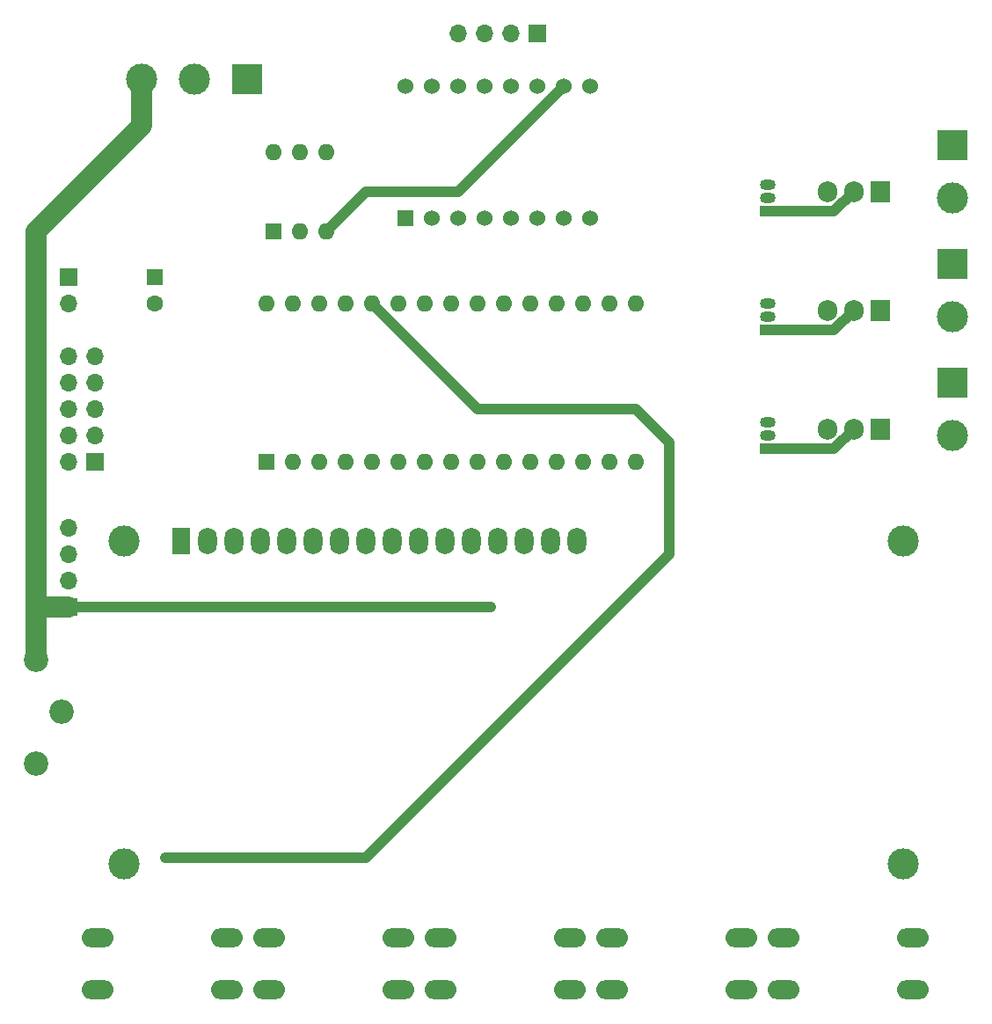
<source format=gbr>
%TF.GenerationSoftware,KiCad,Pcbnew,(5.1.12)-1*%
%TF.CreationDate,2022-07-15T12:08:26+02:00*%
%TF.ProjectId,petpuller,70657470-756c-46c6-9572-2e6b69636164,rev?*%
%TF.SameCoordinates,Original*%
%TF.FileFunction,Copper,L1,Top*%
%TF.FilePolarity,Positive*%
%FSLAX46Y46*%
G04 Gerber Fmt 4.6, Leading zero omitted, Abs format (unit mm)*
G04 Created by KiCad (PCBNEW (5.1.12)-1) date 2022-07-15 12:08:26*
%MOMM*%
%LPD*%
G01*
G04 APERTURE LIST*
%TA.AperFunction,ComponentPad*%
%ADD10R,1.600000X1.600000*%
%TD*%
%TA.AperFunction,ComponentPad*%
%ADD11O,1.600000X1.600000*%
%TD*%
%TA.AperFunction,ComponentPad*%
%ADD12C,1.600000*%
%TD*%
%TA.AperFunction,ComponentPad*%
%ADD13R,1.800000X2.600000*%
%TD*%
%TA.AperFunction,ComponentPad*%
%ADD14O,1.800000X2.600000*%
%TD*%
%TA.AperFunction,ComponentPad*%
%ADD15C,3.000000*%
%TD*%
%TA.AperFunction,ComponentPad*%
%ADD16R,1.700000X1.700000*%
%TD*%
%TA.AperFunction,ComponentPad*%
%ADD17O,1.700000X1.700000*%
%TD*%
%TA.AperFunction,ComponentPad*%
%ADD18C,2.340000*%
%TD*%
%TA.AperFunction,ComponentPad*%
%ADD19R,1.530000X1.530000*%
%TD*%
%TA.AperFunction,ComponentPad*%
%ADD20C,1.530000*%
%TD*%
%TA.AperFunction,ComponentPad*%
%ADD21R,1.905000X2.000000*%
%TD*%
%TA.AperFunction,ComponentPad*%
%ADD22O,1.905000X2.000000*%
%TD*%
%TA.AperFunction,ComponentPad*%
%ADD23R,3.000000X3.000000*%
%TD*%
%TA.AperFunction,ComponentPad*%
%ADD24O,3.048000X1.850000*%
%TD*%
%TA.AperFunction,ComponentPad*%
%ADD25O,1.500000X1.050000*%
%TD*%
%TA.AperFunction,ComponentPad*%
%ADD26R,1.500000X1.050000*%
%TD*%
%TA.AperFunction,ViaPad*%
%ADD27C,0.800000*%
%TD*%
%TA.AperFunction,Conductor*%
%ADD28C,1.000000*%
%TD*%
%TA.AperFunction,Conductor*%
%ADD29C,2.000000*%
%TD*%
G04 APERTURE END LIST*
D10*
%TO.P,A1,1*%
%TO.N,D1TX*%
X121920000Y-59690000D03*
D11*
%TO.P,A1,17*%
%TO.N,N/C*%
X154940000Y-44450000D03*
%TO.P,A1,2*%
%TO.N,D0RX*%
X124460000Y-59690000D03*
%TO.P,A1,18*%
%TO.N,aRef*%
X152400000Y-44450000D03*
%TO.P,A1,3*%
%TO.N,N/C*%
X127000000Y-59690000D03*
%TO.P,A1,19*%
%TO.N,A1*%
X149860000Y-44450000D03*
%TO.P,A1,4*%
%TO.N,GND*%
X129540000Y-59690000D03*
%TO.P,A1,20*%
%TO.N,A2*%
X147320000Y-44450000D03*
%TO.P,A1,5*%
%TO.N,lcdRS*%
X132080000Y-59690000D03*
%TO.P,A1,21*%
%TO.N,A3*%
X144780000Y-44450000D03*
%TO.P,A1,6*%
%TO.N,lcdEN*%
X134620000Y-59690000D03*
%TO.P,A1,22*%
%TO.N,A4*%
X142240000Y-44450000D03*
%TO.P,A1,7*%
%TO.N,lcdD4*%
X137160000Y-59690000D03*
%TO.P,A1,23*%
%TO.N,A5*%
X139700000Y-44450000D03*
%TO.P,A1,8*%
%TO.N,lcdD5*%
X139700000Y-59690000D03*
%TO.P,A1,24*%
%TO.N,rawDivider*%
X137160000Y-44450000D03*
%TO.P,A1,9*%
%TO.N,lcdD6*%
X142240000Y-59690000D03*
%TO.P,A1,25*%
%TO.N,thermistorProbe*%
X134620000Y-44450000D03*
%TO.P,A1,10*%
%TO.N,lcdD7*%
X144780000Y-59690000D03*
%TO.P,A1,26*%
%TO.N,keyProbe*%
X132080000Y-44450000D03*
%TO.P,A1,11*%
%TO.N,motorStep*%
X147320000Y-59690000D03*
%TO.P,A1,27*%
%TO.N,+5V*%
X129540000Y-44450000D03*
%TO.P,A1,12*%
%TO.N,heater*%
X149860000Y-59690000D03*
%TO.P,A1,28*%
%TO.N,N/C*%
X127000000Y-44450000D03*
%TO.P,A1,13*%
%TO.N,fan*%
X152400000Y-59690000D03*
%TO.P,A1,29*%
%TO.N,GND*%
X124460000Y-44450000D03*
%TO.P,A1,14*%
%TO.N,additionalPwm*%
X154940000Y-59690000D03*
%TO.P,A1,30*%
%TO.N,N/C*%
X121920000Y-44450000D03*
%TO.P,A1,15*%
%TO.N,motorEnable*%
X157480000Y-59690000D03*
%TO.P,A1,16*%
%TO.N,motorDir*%
X157480000Y-44450000D03*
%TD*%
D10*
%TO.P,C1,1*%
%TO.N,thermistorProbe*%
X111125000Y-41910000D03*
D12*
%TO.P,C1,2*%
%TO.N,GND*%
X111125000Y-44410000D03*
%TD*%
D13*
%TO.P,DS1,1*%
%TO.N,GND*%
X113665000Y-67310000D03*
D14*
%TO.P,DS1,2*%
%TO.N,+5V*%
X116205000Y-67310000D03*
%TO.P,DS1,3*%
%TO.N,Net-(DS1-Pad3)*%
X118745000Y-67310000D03*
%TO.P,DS1,4*%
%TO.N,lcdRS*%
X121285000Y-67310000D03*
%TO.P,DS1,5*%
%TO.N,GND*%
X123825000Y-67310000D03*
%TO.P,DS1,6*%
%TO.N,lcdEN*%
X126365000Y-67310000D03*
%TO.P,DS1,7*%
%TO.N,N/C*%
X128905000Y-67310000D03*
%TO.P,DS1,8*%
X131445000Y-67310000D03*
%TO.P,DS1,9*%
X133985000Y-67310000D03*
%TO.P,DS1,10*%
X136525000Y-67310000D03*
%TO.P,DS1,11*%
%TO.N,lcdD4*%
X139065000Y-67310000D03*
%TO.P,DS1,12*%
%TO.N,lcdD5*%
X141605000Y-67310000D03*
%TO.P,DS1,13*%
%TO.N,lcdD6*%
X144145000Y-67310000D03*
%TO.P,DS1,14*%
%TO.N,lcdD7*%
X146685000Y-67310000D03*
%TO.P,DS1,15*%
%TO.N,Net-(DS1-Pad15)*%
X149225000Y-67310000D03*
%TO.P,DS1,16*%
%TO.N,GND*%
X151765000Y-67310000D03*
D15*
%TO.P,DS1,*%
%TO.N,*%
X108165900Y-67310000D03*
X108165900Y-98310700D03*
X183164480Y-98310700D03*
X183165000Y-67310000D03*
%TD*%
D16*
%TO.P,J2,1*%
%TO.N,Net-(J2-Pad1)*%
X147955000Y-18415000D03*
D17*
%TO.P,J2,2*%
%TO.N,Net-(J2-Pad2)*%
X145415000Y-18415000D03*
%TO.P,J2,3*%
%TO.N,Net-(J2-Pad3)*%
X142875000Y-18415000D03*
%TO.P,J2,4*%
%TO.N,Net-(J2-Pad4)*%
X140335000Y-18415000D03*
%TD*%
D16*
%TO.P,J3,1*%
%TO.N,thermistorProbe*%
X102870000Y-41910000D03*
D17*
%TO.P,J3,2*%
%TO.N,GND*%
X102870000Y-44450000D03*
%TD*%
D18*
%TO.P,RV1,3*%
%TO.N,GND*%
X99695000Y-88740000D03*
%TO.P,RV1,2*%
%TO.N,Net-(DS1-Pad3)*%
X102195000Y-83740000D03*
%TO.P,RV1,1*%
%TO.N,+5V*%
X99695000Y-78740000D03*
%TD*%
D19*
%TO.P,U1,1*%
%TO.N,motorEnable*%
X135255000Y-36195000D03*
D20*
%TO.P,U1,2*%
%TO.N,Net-(SW1-Pad4)*%
X137795000Y-36195000D03*
%TO.P,U1,3*%
%TO.N,Net-(SW1-Pad5)*%
X140335000Y-36195000D03*
%TO.P,U1,4*%
%TO.N,Net-(SW1-Pad6)*%
X142875000Y-36195000D03*
%TO.P,U1,5*%
%TO.N,Net-(U1-Pad5)*%
X145415000Y-36195000D03*
%TO.P,U1,6*%
X147955000Y-36195000D03*
%TO.P,U1,7*%
%TO.N,motorStep*%
X150495000Y-36195000D03*
%TO.P,U1,8*%
%TO.N,motorDir*%
X153035000Y-36195000D03*
%TO.P,U1,9*%
%TO.N,GND*%
X153035000Y-23495000D03*
%TO.P,U1,10*%
%TO.N,+5V*%
X150495000Y-23495000D03*
%TO.P,U1,11*%
%TO.N,Net-(J2-Pad1)*%
X147955000Y-23495000D03*
%TO.P,U1,12*%
%TO.N,Net-(J2-Pad2)*%
X145415000Y-23495000D03*
%TO.P,U1,13*%
%TO.N,Net-(J2-Pad3)*%
X142875000Y-23495000D03*
%TO.P,U1,14*%
%TO.N,Net-(J2-Pad4)*%
X140335000Y-23495000D03*
%TO.P,U1,15*%
%TO.N,GND*%
X137795000Y-23495000D03*
%TO.P,U1,16*%
%TO.N,+24V*%
X135255000Y-23495000D03*
%TD*%
D21*
%TO.P,Q1,1*%
%TO.N,Net-(J1-Pad2)*%
X180975000Y-56515000D03*
D22*
%TO.P,Q1,2*%
%TO.N,Net-(Q1-Pad2)*%
X178435000Y-56515000D03*
%TO.P,Q1,3*%
%TO.N,GND*%
X175895000Y-56515000D03*
%TD*%
D23*
%TO.P,J4,1*%
%TO.N,+24V*%
X120015000Y-22860000D03*
D15*
%TO.P,J4,2*%
%TO.N,GND*%
X114935000Y-22860000D03*
%TO.P,J4,3*%
%TO.N,+5V*%
X109855000Y-22860000D03*
%TD*%
D24*
%TO.P,SW2,1*%
%TO.N,GND*%
X105610000Y-110490000D03*
%TO.P,SW2,2*%
%TO.N,keyProbe*%
X105610000Y-105490000D03*
%TO.P,SW2,1*%
%TO.N,GND*%
X118110000Y-110490000D03*
%TO.P,SW2,2*%
%TO.N,keyProbe*%
X118110000Y-105490000D03*
%TD*%
%TO.P,SW3,2*%
%TO.N,Net-(R5-Pad1)*%
X151130000Y-105490000D03*
%TO.P,SW3,1*%
%TO.N,GND*%
X151130000Y-110490000D03*
%TO.P,SW3,2*%
%TO.N,Net-(R5-Pad1)*%
X138630000Y-105490000D03*
%TO.P,SW3,1*%
%TO.N,GND*%
X138630000Y-110490000D03*
%TD*%
%TO.P,SW4,1*%
%TO.N,GND*%
X155140000Y-110490000D03*
%TO.P,SW4,2*%
%TO.N,Net-(R6-Pad1)*%
X155140000Y-105490000D03*
%TO.P,SW4,1*%
%TO.N,GND*%
X167640000Y-110490000D03*
%TO.P,SW4,2*%
%TO.N,Net-(R6-Pad1)*%
X167640000Y-105490000D03*
%TD*%
%TO.P,SW5,2*%
%TO.N,Net-(R4-Pad1)*%
X134620000Y-105490000D03*
%TO.P,SW5,1*%
%TO.N,GND*%
X134620000Y-110490000D03*
%TO.P,SW5,2*%
%TO.N,Net-(R4-Pad1)*%
X122120000Y-105490000D03*
%TO.P,SW5,1*%
%TO.N,GND*%
X122120000Y-110490000D03*
%TD*%
%TO.P,SW6,1*%
%TO.N,GND*%
X171650000Y-110490000D03*
%TO.P,SW6,2*%
%TO.N,Net-(R7-Pad1)*%
X171650000Y-105490000D03*
%TO.P,SW6,1*%
%TO.N,GND*%
X184150000Y-110490000D03*
%TO.P,SW6,2*%
%TO.N,Net-(R7-Pad1)*%
X184150000Y-105490000D03*
%TD*%
D23*
%TO.P,J1,1*%
%TO.N,+24V*%
X187960000Y-52070000D03*
D15*
%TO.P,J1,2*%
%TO.N,Net-(J1-Pad2)*%
X187960000Y-57150000D03*
%TD*%
D25*
%TO.P,Q2,2*%
%TO.N,Net-(Q2-Pad2)*%
X170180000Y-57150000D03*
%TO.P,Q2,3*%
%TO.N,GND*%
X170180000Y-55880000D03*
D26*
%TO.P,Q2,1*%
%TO.N,Net-(Q1-Pad2)*%
X170180000Y-58420000D03*
%TD*%
D10*
%TO.P,SW1,1*%
%TO.N,+5V*%
X122555000Y-37465000D03*
D11*
%TO.P,SW1,4*%
%TO.N,Net-(SW1-Pad4)*%
X127635000Y-29845000D03*
%TO.P,SW1,2*%
%TO.N,+5V*%
X125095000Y-37465000D03*
%TO.P,SW1,5*%
%TO.N,Net-(SW1-Pad5)*%
X125095000Y-29845000D03*
%TO.P,SW1,3*%
%TO.N,+5V*%
X127635000Y-37465000D03*
%TO.P,SW1,6*%
%TO.N,Net-(SW1-Pad6)*%
X122555000Y-29845000D03*
%TD*%
D16*
%TO.P,J5,1*%
%TO.N,+5V*%
X102870000Y-73660000D03*
D17*
%TO.P,J5,2*%
%TO.N,D0RX*%
X102870000Y-71120000D03*
%TO.P,J5,3*%
%TO.N,D1TX*%
X102870000Y-68580000D03*
%TO.P,J5,4*%
%TO.N,GND*%
X102870000Y-66040000D03*
%TD*%
D16*
%TO.P,J6,1*%
%TO.N,A1*%
X105410000Y-59690000D03*
D17*
%TO.P,J6,2*%
%TO.N,aRef*%
X102870000Y-59690000D03*
%TO.P,J6,3*%
%TO.N,A2*%
X105410000Y-57150000D03*
%TO.P,J6,4*%
%TO.N,GND*%
X102870000Y-57150000D03*
%TO.P,J6,5*%
%TO.N,A3*%
X105410000Y-54610000D03*
%TO.P,J6,6*%
%TO.N,GND*%
X102870000Y-54610000D03*
%TO.P,J6,7*%
%TO.N,A4*%
X105410000Y-52070000D03*
%TO.P,J6,8*%
%TO.N,GND*%
X102870000Y-52070000D03*
%TO.P,J6,9*%
%TO.N,A5*%
X105410000Y-49530000D03*
%TO.P,J6,10*%
%TO.N,GND*%
X102870000Y-49530000D03*
%TD*%
D15*
%TO.P,J7,2*%
%TO.N,Net-(J7-Pad2)*%
X187960000Y-45720000D03*
D23*
%TO.P,J7,1*%
%TO.N,+24V*%
X187960000Y-40640000D03*
%TD*%
%TO.P,J8,1*%
%TO.N,+24V*%
X187960000Y-29210000D03*
D15*
%TO.P,J8,2*%
%TO.N,Net-(J8-Pad2)*%
X187960000Y-34290000D03*
%TD*%
D26*
%TO.P,Q3,1*%
%TO.N,Net-(Q3-Pad1)*%
X170180000Y-46990000D03*
D25*
%TO.P,Q3,3*%
%TO.N,GND*%
X170180000Y-44450000D03*
%TO.P,Q3,2*%
%TO.N,Net-(Q3-Pad2)*%
X170180000Y-45720000D03*
%TD*%
D22*
%TO.P,Q4,3*%
%TO.N,GND*%
X175895000Y-45085000D03*
%TO.P,Q4,2*%
%TO.N,Net-(Q3-Pad1)*%
X178435000Y-45085000D03*
D21*
%TO.P,Q4,1*%
%TO.N,Net-(J7-Pad2)*%
X180975000Y-45085000D03*
%TD*%
D25*
%TO.P,Q5,2*%
%TO.N,Net-(Q5-Pad2)*%
X170180000Y-34290000D03*
%TO.P,Q5,3*%
%TO.N,GND*%
X170180000Y-33020000D03*
D26*
%TO.P,Q5,1*%
%TO.N,Net-(Q5-Pad1)*%
X170180000Y-35560000D03*
%TD*%
D21*
%TO.P,Q6,1*%
%TO.N,Net-(J8-Pad2)*%
X180975000Y-33655000D03*
D22*
%TO.P,Q6,2*%
%TO.N,Net-(Q5-Pad1)*%
X178435000Y-33655000D03*
%TO.P,Q6,3*%
%TO.N,GND*%
X175895000Y-33655000D03*
%TD*%
D27*
%TO.N,+5V*%
X143510000Y-73660000D03*
X112395000Y-73660000D03*
%TO.N,keyProbe*%
X112202500Y-97790000D03*
%TD*%
D28*
%TO.N,+5V*%
X150495000Y-23495000D02*
X140335000Y-33655000D01*
X131445000Y-33655000D02*
X127635000Y-37465000D01*
X140335000Y-33655000D02*
X131445000Y-33655000D01*
X112395000Y-73660000D02*
X143510000Y-73660000D01*
X102870000Y-73660000D02*
X112395000Y-73660000D01*
D29*
X102870000Y-73660000D02*
X99695000Y-73660000D01*
X99695000Y-73660000D02*
X99695000Y-78740000D01*
X99695000Y-37465000D02*
X99695000Y-38735000D01*
X99695000Y-38735000D02*
X99695000Y-73660000D01*
X109855000Y-27305000D02*
X99695000Y-37465000D01*
X109855000Y-22860000D02*
X109855000Y-27305000D01*
D28*
%TO.N,keyProbe*%
X132080000Y-44450000D02*
X142240000Y-54610000D01*
X142240000Y-54610000D02*
X157480000Y-54610000D01*
X157480000Y-54610000D02*
X160655000Y-57785000D01*
X160655000Y-57785000D02*
X160655000Y-68580000D01*
X131445000Y-97790000D02*
X112202500Y-97790000D01*
X160655000Y-68580000D02*
X131445000Y-97790000D01*
%TO.N,Net-(Q1-Pad2)*%
X176530000Y-58420000D02*
X178435000Y-56515000D01*
X170180000Y-58420000D02*
X176530000Y-58420000D01*
%TO.N,Net-(Q3-Pad1)*%
X176530000Y-46990000D02*
X178435000Y-45085000D01*
X170180000Y-46990000D02*
X176530000Y-46990000D01*
%TO.N,Net-(Q5-Pad1)*%
X176530000Y-35560000D02*
X178435000Y-33655000D01*
X170180000Y-35560000D02*
X176530000Y-35560000D01*
%TD*%
M02*

</source>
